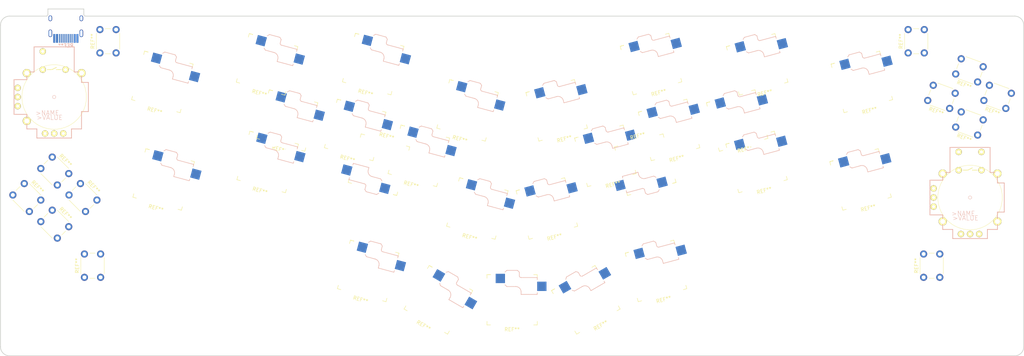
<source format=kicad_pcb>
(kicad_pcb (version 20171130) (host pcbnew "(5.1.10)-1")
  (layers (0 F.Cu signal) (31 B.Cu signal) (34 B.Paste user) (35 F.Paste user) (36 B.SilkS user) (37 F.SilkS user) (38 B.Mask user) (39 F.Mask user) (44 Edge.Cuts user))
  (net 0 "")
  (module usbc:HRO-TYPE-C-31-M-12-HandSoldering (layer B.Cu) (at 91.916904 89.91669)
    (fp_text reference REF** (at 0 10.2) (layer B.SilkS) (effects (justify mirror)))
    (fp_text value HRO-TYPE-C-31-M-12-HandSoldering)
    (pad 13 thru_hole oval (at 4.32 2.6) (size 1 1.6) (drill oval 0.6 1.2) (layers *.Cu F.Mask))
    (pad 13 thru_hole oval (at -4.32 2.6) (size 1 1.6) (drill oval 0.6 1.2) (layers *.Cu F.Mask))
    (pad 13 thru_hole oval (at 4.32 6.78) (size 1 2.1) (drill oval 0.6 1.7) (layers *.Cu F.Mask))
    (pad 13 thru_hole oval (at -4.32 6.78) (size 1 2.1) (drill oval 0.6 1.7) (layers *.Cu F.Mask))
    (pad "" np_thru_hole circle (at -2.89 6.25) (size 0.65 0.65) (drill 0.65) (layers *.Cu *.Mask))
    (pad "" np_thru_hole circle (at 2.89 6.25) (size 0.65 0.65) (drill 0.65) (layers *.Cu *.Mask))
    (pad 6 smd rect (at -0.25 8.195) (size 0.3 2.45) (layers B.Cu B.Paste B.Mask))
    (pad 7 smd rect (at 0.25 8.195) (size 0.3 2.45) (layers B.Cu B.Paste B.Mask))
    (pad 8 smd rect (at 0.75 8.195) (size 0.3 2.45) (layers B.Cu B.Paste B.Mask))
    (pad 5 smd rect (at -0.75 8.195) (size 0.3 2.45) (layers B.Cu B.Paste B.Mask))
    (pad 9 smd rect (at 1.25 8.195) (size 0.3 2.45) (layers B.Cu B.Paste B.Mask))
    (pad 4 smd rect (at -1.25 8.195) (size 0.3 2.45) (layers B.Cu B.Paste B.Mask))
    (pad 10 smd rect (at 1.75 8.195) (size 0.3 2.45) (layers B.Cu B.Paste B.Mask))
    (pad 3 smd rect (at -1.75 8.195) (size 0.3 2.45) (layers B.Cu B.Paste B.Mask))
    (pad 2 smd rect (at -2.45 8.195) (size 0.6 2.45) (layers B.Cu B.Paste B.Mask))
    (pad 11 smd rect (at 2.45 8.195) (size 0.6 2.45) (layers B.Cu B.Paste B.Mask))
    (pad 1 smd rect (at -3.225 8.195) (size 0.6 2.45) (layers B.Cu B.Paste B.Mask))
    (pad 12 smd rect (at 3.225 8.195) (size 0.6 2.45) (layers B.Cu B.Paste B.Mask))
  )
  (module lib:JOYSTICK (layer F.Cu) (at 88.663209 114.434285)
    (fp_text reference >NAME (at -1.905 4.445) (layer B.SilkS) (effects (font (size 1.27 1.27) (thickness 0.1016))))
    (fp_text value >VALUE (at -1.27 5.715) (layer B.SilkS) (effects (font (size 1.27 1.27) (thickness 0.1016))))
    (pad V3 thru_hole circle (at -10.16 2.54) (size 1.778 1.778) (drill 0.889) (layers F&B.Cu F.Paste F.SilkS F.Mask))
    (pad V2 thru_hole circle (at -10.16 0) (size 1.778 1.778) (drill 0.889) (layers F&B.Cu F.Paste F.SilkS F.Mask))
    (pad V1 thru_hole circle (at -10.16 -2.54) (size 1.778 1.778) (drill 0.889) (layers F&B.Cu F.Paste F.SilkS F.Mask))
    (pad MOUN thru_hole circle (at 7.62 -6.6675) (size 2.286 2.286) (drill 1.397) (layers F&B.Cu F.Paste F.SilkS F.Mask))
    (pad MOUN thru_hole circle (at -7.62 6.6675) (size 2.286 2.286) (drill 1.397) (layers F&B.Cu F.Paste F.SilkS F.Mask))
    (pad MOUN thru_hole circle (at -7.62 -6.6675) (size 2.286 2.286) (drill 1.397) (layers F&B.Cu F.Paste F.SilkS F.Mask))
    (pad H3 thru_hole circle (at 2.54 10.16) (size 1.778 1.778) (drill 0.889) (layers F&B.Cu F.Paste F.SilkS F.Mask))
    (pad H2 thru_hole circle (at 0 10.16) (size 1.778 1.778) (drill 0.889) (layers F&B.Cu F.Paste F.SilkS F.Mask))
    (pad H1 thru_hole circle (at -2.54 10.16) (size 1.778 1.778) (drill 0.889) (layers F&B.Cu F.Paste F.SilkS F.Mask))
    (pad B2B thru_hole circle (at 3.175 -7.62) (size 1.778 1.778) (drill 0.89916) (layers F&B.Cu F.Paste F.SilkS F.Mask))
    (pad B2A thru_hole circle (at -3.175 -7.62) (size 1.778 1.778) (drill 0.89916) (layers F&B.Cu F.Paste F.SilkS F.Mask))
    (pad B1A thru_hole circle (at -3.175 -12.7) (size 1.778 1.778) (drill 0.89916) (layers F&B.Cu F.Paste F.SilkS F.Mask))
  )
  (module lib:JOYSTICK (layer F.Cu) (at 343.770797 142.43409)
    (fp_text reference >NAME (at -1.905 4.445) (layer B.SilkS) (effects (font (size 1.27 1.27) (thickness 0.1016))))
    (fp_text value >VALUE (at -1.27 5.715) (layer B.SilkS) (effects (font (size 1.27 1.27) (thickness 0.1016))))
    (pad B1A thru_hole circle (at -3.175 -12.7) (size 1.778 1.778) (drill 0.89916) (layers F&B.Cu F.Paste F.SilkS F.Mask))
    (pad B1B thru_hole circle (at 3.175 -12.7) (size 1.778 1.778) (drill 0.89916) (layers F&B.Cu F.Paste F.SilkS F.Mask))
    (pad B2A thru_hole circle (at -3.175 -7.62) (size 1.778 1.778) (drill 0.89916) (layers F&B.Cu F.Paste F.SilkS F.Mask))
    (pad B2B thru_hole circle (at 3.175 -7.62) (size 1.778 1.778) (drill 0.89916) (layers F&B.Cu F.Paste F.SilkS F.Mask))
    (pad H1 thru_hole circle (at -2.54 10.16) (size 1.778 1.778) (drill 0.889) (layers F&B.Cu F.Paste F.SilkS F.Mask))
    (pad H2 thru_hole circle (at 0 10.16) (size 1.778 1.778) (drill 0.889) (layers F&B.Cu F.Paste F.SilkS F.Mask))
    (pad H3 thru_hole circle (at 2.54 10.16) (size 1.778 1.778) (drill 0.889) (layers F&B.Cu F.Paste F.SilkS F.Mask))
    (pad MOUN thru_hole circle (at -7.62 -6.6675) (size 2.286 2.286) (drill 1.397) (layers F&B.Cu F.Paste F.SilkS F.Mask))
    (pad MOUN thru_hole circle (at -7.62 6.6675) (size 2.286 2.286) (drill 1.397) (layers F&B.Cu F.Paste F.SilkS F.Mask))
    (pad MOUN thru_hole circle (at 7.62 6.6675) (size 2.286 2.286) (drill 1.397) (layers F&B.Cu F.Paste F.SilkS F.Mask))
    (pad MOUN thru_hole circle (at 7.62 -6.6675) (size 2.286 2.286) (drill 1.397) (layers F&B.Cu F.Paste F.SilkS F.Mask))
    (pad V1 thru_hole circle (at -10.16 -2.54) (size 1.778 1.778) (drill 0.889) (layers F&B.Cu F.Paste F.SilkS F.Mask))
    (pad V2 thru_hole circle (at -10.16 0) (size 1.778 1.778) (drill 0.889) (layers F&B.Cu F.Paste F.SilkS F.Mask))
    (pad V3 thru_hole circle (at -10.16 2.54) (size 1.778 1.778) (drill 0.889) (layers F&B.Cu F.Paste F.SilkS F.Mask))
  )
  (module Button_Switch_THT:SW_PUSH_6mm (layer F.Cu) (at 338.089252 117.619964 160)
    (fp_text reference REF** (at 3.25 -2 160) (layer F.SilkS))
    (fp_text value SW_PUSH_6mm)
    (pad 2 thru_hole circle (at 0 4.5 250) (size 2 2) (drill 1.1) (layers *.Cu *.Mask))
    (pad 1 thru_hole circle (at 0 0 250) (size 2 2) (drill 1.1) (layers *.Cu *.Mask))
    (pad 2 thru_hole circle (at 6.5 4.5 250) (size 2 2) (drill 1.1) (layers *.Cu *.Mask))
    (pad 1 thru_hole circle (at 6.5 0 250) (size 2 2) (drill 1.1) (layers *.Cu *.Mask))
  )
  (module Button_Switch_THT:SW_PUSH_6mm (layer F.Cu) (at 353.729252 117.619964 160)
    (fp_text reference REF** (at 3.25 -2 160) (layer F.SilkS))
    (fp_text value SW_PUSH_6mm)
    (pad 2 thru_hole circle (at 0 4.5 250) (size 2 2) (drill 1.1) (layers *.Cu *.Mask))
    (pad 1 thru_hole circle (at 0 0 250) (size 2 2) (drill 1.1) (layers *.Cu *.Mask))
    (pad 2 thru_hole circle (at 6.5 4.5 250) (size 2 2) (drill 1.1) (layers *.Cu *.Mask))
    (pad 1 thru_hole circle (at 6.5 0 250) (size 2 2) (drill 1.1) (layers *.Cu *.Mask))
  )
  (module Button_Switch_THT:SW_PUSH_6mm (layer F.Cu) (at 345.879252 125.034964 160)
    (fp_text reference REF** (at 3.25 -2 160) (layer F.SilkS))
    (fp_text value SW_PUSH_6mm)
    (pad 2 thru_hole circle (at 0 4.5 250) (size 2 2) (drill 1.1) (layers *.Cu *.Mask))
    (pad 1 thru_hole circle (at 0 0 250) (size 2 2) (drill 1.1) (layers *.Cu *.Mask))
    (pad 2 thru_hole circle (at 6.5 4.5 250) (size 2 2) (drill 1.1) (layers *.Cu *.Mask))
    (pad 1 thru_hole circle (at 6.5 0 250) (size 2 2) (drill 1.1) (layers *.Cu *.Mask))
  )
  (module Button_Switch_THT:SW_PUSH_6mm (layer F.Cu) (at 345.879252 110.244964 160)
    (fp_text reference REF** (at 3.25 -2 160) (layer F.SilkS))
    (fp_text value SW_PUSH_6mm)
    (pad 1 thru_hole circle (at 6.5 0 250) (size 2 2) (drill 1.1) (layers *.Cu *.Mask))
    (pad 2 thru_hole circle (at 6.5 4.5 250) (size 2 2) (drill 1.1) (layers *.Cu *.Mask))
    (pad 1 thru_hole circle (at 0 0 250) (size 2 2) (drill 1.1) (layers *.Cu *.Mask))
    (pad 2 thru_hole circle (at 0 4.5 250) (size 2 2) (drill 1.1) (layers *.Cu *.Mask))
  )
  (module Button_Switch_THT:SW_PUSH_6mm (layer F.Cu) (at 326.522002 102.15409 90)
    (fp_text reference REF** (at 3.25 -2 90) (layer F.SilkS))
    (fp_text value SW_PUSH_6mm)
    (pad 1 thru_hole circle (at 6.5 0 180) (size 2 2) (drill 1.1) (layers *.Cu *.Mask))
    (pad 2 thru_hole circle (at 6.5 4.5 180) (size 2 2) (drill 1.1) (layers *.Cu *.Mask))
    (pad 1 thru_hole circle (at 0 0 180) (size 2 2) (drill 1.1) (layers *.Cu *.Mask))
    (pad 2 thru_hole circle (at 0 4.5 180) (size 2 2) (drill 1.1) (layers *.Cu *.Mask))
  )
  (module Button_Switch_THT:SW_PUSH_6mm (layer F.Cu) (at 330.837002 164.66409 90)
    (fp_text reference REF** (at 3.25 -2 90) (layer F.SilkS))
    (fp_text value SW_PUSH_6mm)
    (pad 1 thru_hole circle (at 6.5 0 180) (size 2 2) (drill 1.1) (layers *.Cu *.Mask))
    (pad 2 thru_hole circle (at 6.5 4.5 180) (size 2 2) (drill 1.1) (layers *.Cu *.Mask))
    (pad 1 thru_hole circle (at 0 0 180) (size 2 2) (drill 1.1) (layers *.Cu *.Mask))
    (pad 2 thru_hole circle (at 0 4.5 180) (size 2 2) (drill 1.1) (layers *.Cu *.Mask))
  )
  (module Button_Switch_THT:SW_PUSH_6mm (layer F.Cu) (at 97.097003 164.664285 90)
    (fp_text reference REF** (at 3.25 -2 90) (layer F.SilkS))
    (fp_text value SW_PUSH_6mm)
    (pad 1 thru_hole circle (at 6.5 0 180) (size 2 2) (drill 1.1) (layers *.Cu *.Mask))
    (pad 2 thru_hole circle (at 6.5 4.5 180) (size 2 2) (drill 1.1) (layers *.Cu *.Mask))
    (pad 1 thru_hole circle (at 0 0 180) (size 2 2) (drill 1.1) (layers *.Cu *.Mask))
    (pad 2 thru_hole circle (at 0 4.5 180) (size 2 2) (drill 1.1) (layers *.Cu *.Mask))
  )
  (module Button_Switch_THT:SW_PUSH_6mm (layer F.Cu) (at 101.412063 102.154285 90)
    (fp_text reference REF** (at 3.25 -2 90) (layer F.SilkS))
    (fp_text value SW_PUSH_6mm)
    (pad 2 thru_hole circle (at 0 4.5 180) (size 2 2) (drill 1.1) (layers *.Cu *.Mask))
    (pad 1 thru_hole circle (at 0 0 180) (size 2 2) (drill 1.1) (layers *.Cu *.Mask))
    (pad 2 thru_hole circle (at 6.5 4.5 180) (size 2 2) (drill 1.1) (layers *.Cu *.Mask))
    (pad 1 thru_hole circle (at 6.5 0 180) (size 2 2) (drill 1.1) (layers *.Cu *.Mask))
  )
  (module Button_Switch_THT:SW_PUSH_6mm (layer F.Cu) (at 88.132103 145.960197 315)
    (fp_text reference REF** (at 3.25 -2 135) (layer F.SilkS))
    (fp_text value SW_PUSH_6mm)
    (pad 2 thru_hole circle (at 0 4.5 45) (size 2 2) (drill 1.1) (layers *.Cu *.Mask))
    (pad 1 thru_hole circle (at 0 0 45) (size 2 2) (drill 1.1) (layers *.Cu *.Mask))
    (pad 2 thru_hole circle (at 6.5 4.5 45) (size 2 2) (drill 1.1) (layers *.Cu *.Mask))
    (pad 1 thru_hole circle (at 6.5 0 45) (size 2 2) (drill 1.1) (layers *.Cu *.Mask))
  )
  (module Button_Switch_THT:SW_PUSH_6mm (layer F.Cu) (at 80.342103 138.545197 315)
    (fp_text reference REF** (at 3.25 -2 135) (layer F.SilkS))
    (fp_text value SW_PUSH_6mm)
    (pad 2 thru_hole circle (at 0 4.5 45) (size 2 2) (drill 1.1) (layers *.Cu *.Mask))
    (pad 1 thru_hole circle (at 0 0 45) (size 2 2) (drill 1.1) (layers *.Cu *.Mask))
    (pad 2 thru_hole circle (at 6.5 4.5 45) (size 2 2) (drill 1.1) (layers *.Cu *.Mask))
    (pad 1 thru_hole circle (at 6.5 0 45) (size 2 2) (drill 1.1) (layers *.Cu *.Mask))
  )
  (module Button_Switch_THT:SW_PUSH_6mm (layer F.Cu) (at 95.982103 138.545197 315)
    (fp_text reference REF** (at 3.25 -2 135) (layer F.SilkS))
    (fp_text value SW_PUSH_6mm)
    (pad 2 thru_hole circle (at 0 4.5 45) (size 2 2) (drill 1.1) (layers *.Cu *.Mask))
    (pad 1 thru_hole circle (at 0 0 45) (size 2 2) (drill 1.1) (layers *.Cu *.Mask))
    (pad 2 thru_hole circle (at 6.5 4.5 45) (size 2 2) (drill 1.1) (layers *.Cu *.Mask))
    (pad 1 thru_hole circle (at 6.5 0 45) (size 2 2) (drill 1.1) (layers *.Cu *.Mask))
  )
  (module Button_Switch_THT:SW_PUSH_6mm (layer F.Cu) (at 88.132103 131.170197 315)
    (fp_text reference REF** (at 3.25 -2 135) (layer F.SilkS))
    (fp_text value SW_PUSH_6mm)
    (pad 1 thru_hole circle (at 6.5 0 45) (size 2 2) (drill 1.1) (layers *.Cu *.Mask))
    (pad 2 thru_hole circle (at 6.5 4.5 45) (size 2 2) (drill 1.1) (layers *.Cu *.Mask))
    (pad 1 thru_hole circle (at 0 0 45) (size 2 2) (drill 1.1) (layers *.Cu *.Mask))
    (pad 2 thru_hole circle (at 0 4.5 45) (size 2 2) (drill 1.1) (layers *.Cu *.Mask))
  )
  (module lib:Kailh_socket_PG1350 (layer F.Cu) (at 225.901551 145.488567 195)
    (fp_text reference REF** (at 0 -8.255 15) (layer F.SilkS))
    (fp_text value Kailh_socket_PG1350_optional)
    (pad "" np_thru_hole circle (at -5.5 0 195) (size 1.7018 1.7018) (drill 1.7018) (layers *.Cu *.Mask))
    (pad "" np_thru_hole circle (at 5.5 0 195) (size 1.7018 1.7018) (drill 1.7018) (layers *.Cu *.Mask))
    (pad 1 smd rect (at 3.275 5.95 195) (size 2.6 2.6) (layers B.Cu B.Paste B.Mask))
    (pad "" np_thru_hole circle (at -5 3.75 195) (size 3 3) (drill 3) (layers *.Cu *.Mask))
    (pad "" np_thru_hole circle (at 0 0 195) (size 3.429 3.429) (drill 3.429) (layers *.Cu *.Mask))
    (pad "" np_thru_hole circle (at 0 5.95 195) (size 3 3) (drill 3) (layers *.Cu *.Mask))
    (pad 2 smd rect (at -8.275 3.75 195) (size 2.6 2.6) (layers B.Cu B.Paste B.Mask))
  )
  (module lib:Kailh_socket_PG1350 (layer F.Cu) (at 278.901188 120.994251 195)
    (fp_text reference REF** (at 0 -8.255 15) (layer F.SilkS))
    (fp_text value Kailh_socket_PG1350_optional)
    (pad 2 smd rect (at -8.275 3.75 195) (size 2.6 2.6) (layers B.Cu B.Paste B.Mask))
    (pad "" np_thru_hole circle (at 0 5.95 195) (size 3 3) (drill 3) (layers *.Cu *.Mask))
    (pad "" np_thru_hole circle (at 0 0 195) (size 3.429 3.429) (drill 3.429) (layers *.Cu *.Mask))
    (pad "" np_thru_hole circle (at -5 3.75 195) (size 3 3) (drill 3) (layers *.Cu *.Mask))
    (pad 1 smd rect (at 3.275 5.95 195) (size 2.6 2.6) (layers B.Cu B.Paste B.Mask))
    (pad "" np_thru_hole circle (at 5.5 0 195) (size 1.7018 1.7018) (drill 1.7018) (layers *.Cu *.Mask))
    (pad "" np_thru_hole circle (at -5.5 0 195) (size 1.7018 1.7018) (drill 1.7018) (layers *.Cu *.Mask))
  )
  (module lib:Kailh_socket_PG1350 (layer F.Cu) (at 259.930959 123.614034 195)
    (fp_text reference REF** (at 0 -8.255 15) (layer F.SilkS))
    (fp_text value Kailh_socket_PG1350_optional)
    (pad 2 smd rect (at -8.275 3.75 195) (size 2.6 2.6) (layers B.Cu B.Paste B.Mask))
    (pad "" np_thru_hole circle (at 0 5.95 195) (size 3 3) (drill 3) (layers *.Cu *.Mask))
    (pad "" np_thru_hole circle (at 0 0 195) (size 3.429 3.429) (drill 3.429) (layers *.Cu *.Mask))
    (pad "" np_thru_hole circle (at -5 3.75 195) (size 3 3) (drill 3) (layers *.Cu *.Mask))
    (pad 1 smd rect (at 3.275 5.95 195) (size 2.6 2.6) (layers B.Cu B.Paste B.Mask))
    (pad "" np_thru_hole circle (at 5.5 0 195) (size 1.7018 1.7018) (drill 1.7018) (layers *.Cu *.Mask))
    (pad "" np_thru_hole circle (at -5.5 0 195) (size 1.7018 1.7018) (drill 1.7018) (layers *.Cu *.Mask))
  )
  (module lib:Kailh_socket_PG1350 (layer F.Cu) (at 242.191908 130.825629 195)
    (fp_text reference REF** (at 0 -8.255 15) (layer F.SilkS))
    (fp_text value Kailh_socket_PG1350_optional)
    (pad 2 smd rect (at -8.275 3.75 195) (size 2.6 2.6) (layers B.Cu B.Paste B.Mask))
    (pad "" np_thru_hole circle (at 0 5.95 195) (size 3 3) (drill 3) (layers *.Cu *.Mask))
    (pad "" np_thru_hole circle (at 0 0 195) (size 3.429 3.429) (drill 3.429) (layers *.Cu *.Mask))
    (pad "" np_thru_hole circle (at -5 3.75 195) (size 3 3) (drill 3) (layers *.Cu *.Mask))
    (pad 1 smd rect (at 3.275 5.95 195) (size 2.6 2.6) (layers B.Cu B.Paste B.Mask))
    (pad "" np_thru_hole circle (at 5.5 0 195) (size 1.7018 1.7018) (drill 1.7018) (layers *.Cu *.Mask))
    (pad "" np_thru_hole circle (at -5.5 0 195) (size 1.7018 1.7018) (drill 1.7018) (layers *.Cu *.Mask))
  )
  (module lib:Kailh_socket_PG1350 (layer F.Cu) (at 236.748365 170.921212 210)
    (fp_text reference REF** (at 0 -8.255 30) (layer F.SilkS))
    (fp_text value Kailh_socket_PG1350_optional)
    (pad 2 smd rect (at -8.275 3.75 210) (size 2.6 2.6) (layers B.Cu B.Paste B.Mask))
    (pad "" np_thru_hole circle (at 0 5.95 210) (size 3 3) (drill 3) (layers *.Cu *.Mask))
    (pad "" np_thru_hole circle (at 0 0 210) (size 3.429 3.429) (drill 3.429) (layers *.Cu *.Mask))
    (pad "" np_thru_hole circle (at -5 3.75 210) (size 3 3) (drill 3) (layers *.Cu *.Mask))
    (pad 1 smd rect (at 3.275 5.95 210) (size 2.6 2.6) (layers B.Cu B.Paste B.Mask))
    (pad "" np_thru_hole circle (at 5.5 0 210) (size 1.7018 1.7018) (drill 1.7018) (layers *.Cu *.Mask))
    (pad "" np_thru_hole circle (at -5.5 0 210) (size 1.7018 1.7018) (drill 1.7018) (layers *.Cu *.Mask))
  )
  (module lib:Kailh_socket_PG1350 (layer F.Cu) (at 313.271076 137.398705 195)
    (fp_text reference REF** (at 0 -8.255 15) (layer F.SilkS))
    (fp_text value Kailh_socket_PG1350_optional)
    (pad 2 smd rect (at -8.275 3.75 195) (size 2.6 2.6) (layers B.Cu B.Paste B.Mask))
    (pad "" np_thru_hole circle (at 0 5.95 195) (size 3 3) (drill 3) (layers *.Cu *.Mask))
    (pad "" np_thru_hole circle (at 0 0 195) (size 3.429 3.429) (drill 3.429) (layers *.Cu *.Mask))
    (pad "" np_thru_hole circle (at -5 3.75 195) (size 3 3) (drill 3) (layers *.Cu *.Mask))
    (pad 1 smd rect (at 3.275 5.95 195) (size 2.6 2.6) (layers B.Cu B.Paste B.Mask))
    (pad "" np_thru_hole circle (at 5.5 0 195) (size 1.7018 1.7018) (drill 1.7018) (layers *.Cu *.Mask))
    (pad "" np_thru_hole circle (at -5.5 0 195) (size 1.7018 1.7018) (drill 1.7018) (layers *.Cu *.Mask))
  )
  (module lib:Kailh_socket_PG1350 (layer F.Cu) (at 253.299473 133.283109 15)
    (fp_text reference REF** (at 0 -8.255 15) (layer F.SilkS))
    (fp_text value Kailh_socket_PG1350_optional)
    (pad 2 smd rect (at -8.275 3.75 15) (size 2.6 2.6) (layers B.Cu B.Paste B.Mask))
    (pad "" np_thru_hole circle (at 0 5.95 15) (size 3 3) (drill 3) (layers *.Cu *.Mask))
    (pad "" np_thru_hole circle (at 0 0 15) (size 3.429 3.429) (drill 3.429) (layers *.Cu *.Mask))
    (pad "" np_thru_hole circle (at -5 3.75 15) (size 3 3) (drill 3) (layers *.Cu *.Mask))
    (pad 1 smd rect (at 3.275 5.95 15) (size 2.6 2.6) (layers B.Cu B.Paste B.Mask))
    (pad "" np_thru_hole circle (at 5.5 0 15) (size 1.7018 1.7018) (drill 1.7018) (layers *.Cu *.Mask))
    (pad "" np_thru_hole circle (at -5.5 0 15) (size 1.7018 1.7018) (drill 1.7018) (layers *.Cu *.Mask))
  )
  (module lib:Kailh_socket_PG1350 (layer F.Cu) (at 313.630065 110.225143 195)
    (fp_text reference REF** (at 0 -8.255 15) (layer F.SilkS))
    (fp_text value Kailh_socket_PG1350_optional)
    (pad 2 smd rect (at -8.275 3.75 195) (size 2.6 2.6) (layers B.Cu B.Paste B.Mask))
    (pad "" np_thru_hole circle (at 0 5.95 195) (size 3 3) (drill 3) (layers *.Cu *.Mask))
    (pad "" np_thru_hole circle (at 0 0 195) (size 3.429 3.429) (drill 3.429) (layers *.Cu *.Mask))
    (pad "" np_thru_hole circle (at -5 3.75 195) (size 3 3) (drill 3) (layers *.Cu *.Mask))
    (pad 1 smd rect (at 3.275 5.95 195) (size 2.6 2.6) (layers B.Cu B.Paste B.Mask))
    (pad "" np_thru_hole circle (at 5.5 0 195) (size 1.7018 1.7018) (drill 1.7018) (layers *.Cu *.Mask))
    (pad "" np_thru_hole circle (at -5.5 0 195) (size 1.7018 1.7018) (drill 1.7018) (layers *.Cu *.Mask))
  )
  (module lib:Kailh_socket_PG1350 (layer F.Cu) (at 256.295723 162.87797 195)
    (fp_text reference REF** (at 0 -8.255 15) (layer F.SilkS))
    (fp_text value Kailh_socket_PG1350_optional)
    (pad 2 smd rect (at -8.275 3.75 195) (size 2.6 2.6) (layers B.Cu B.Paste B.Mask))
    (pad "" np_thru_hole circle (at 0 5.95 195) (size 3 3) (drill 3) (layers *.Cu *.Mask))
    (pad "" np_thru_hole circle (at 0 0 195) (size 3.429 3.429) (drill 3.429) (layers *.Cu *.Mask))
    (pad "" np_thru_hole circle (at -5 3.75 195) (size 3 3) (drill 3) (layers *.Cu *.Mask))
    (pad 1 smd rect (at 3.275 5.95 195) (size 2.6 2.6) (layers B.Cu B.Paste B.Mask))
    (pad "" np_thru_hole circle (at 5.5 0 195) (size 1.7018 1.7018) (drill 1.7018) (layers *.Cu *.Mask))
    (pad "" np_thru_hole circle (at -5.5 0 195) (size 1.7018 1.7018) (drill 1.7018) (layers *.Cu *.Mask))
  )
  (module lib:Kailh_socket_PG1350 (layer F.Cu) (at 284.299418 132.52389 195)
    (fp_text reference REF** (at 0 -8.255 15) (layer F.SilkS))
    (fp_text value Kailh_socket_PG1350_optional)
    (pad 2 smd rect (at -8.275 3.75 195) (size 2.6 2.6) (layers B.Cu B.Paste B.Mask))
    (pad "" np_thru_hole circle (at 0 5.95 195) (size 3 3) (drill 3) (layers *.Cu *.Mask))
    (pad "" np_thru_hole circle (at 0 0 195) (size 3.429 3.429) (drill 3.429) (layers *.Cu *.Mask))
    (pad "" np_thru_hole circle (at -5 3.75 195) (size 3 3) (drill 3) (layers *.Cu *.Mask))
    (pad 1 smd rect (at 3.275 5.95 195) (size 2.6 2.6) (layers B.Cu B.Paste B.Mask))
    (pad "" np_thru_hole circle (at 5.5 0 195) (size 1.7018 1.7018) (drill 1.7018) (layers *.Cu *.Mask))
    (pad "" np_thru_hole circle (at -5.5 0 195) (size 1.7018 1.7018) (drill 1.7018) (layers *.Cu *.Mask))
  )
  (module lib:Kailh_socket_PG1350 (layer F.Cu) (at 284.468755 105.34843 195)
    (fp_text reference REF** (at 0 -8.255 15) (layer F.SilkS))
    (fp_text value Kailh_socket_PG1350_optional)
    (pad 2 smd rect (at -8.275 3.75 195) (size 2.6 2.6) (layers B.Cu B.Paste B.Mask))
    (pad "" np_thru_hole circle (at 0 5.95 195) (size 3 3) (drill 3) (layers *.Cu *.Mask))
    (pad "" np_thru_hole circle (at 0 0 195) (size 3.429 3.429) (drill 3.429) (layers *.Cu *.Mask))
    (pad "" np_thru_hole circle (at -5 3.75 195) (size 3 3) (drill 3) (layers *.Cu *.Mask))
    (pad 1 smd rect (at 3.275 5.95 195) (size 2.6 2.6) (layers B.Cu B.Paste B.Mask))
    (pad "" np_thru_hole circle (at 5.5 0 195) (size 1.7018 1.7018) (drill 1.7018) (layers *.Cu *.Mask))
    (pad "" np_thru_hole circle (at -5.5 0 195) (size 1.7018 1.7018) (drill 1.7018) (layers *.Cu *.Mask))
  )
  (module lib:Kailh_socket_PG1350 (layer F.Cu) (at 228.628777 118.153121 195)
    (fp_text reference REF** (at 0 -8.255 15) (layer F.SilkS))
    (fp_text value Kailh_socket_PG1350_optional)
    (pad 2 smd rect (at -8.275 3.75 195) (size 2.6 2.6) (layers B.Cu B.Paste B.Mask))
    (pad "" np_thru_hole circle (at 0 5.95 195) (size 3 3) (drill 3) (layers *.Cu *.Mask))
    (pad "" np_thru_hole circle (at 0 0 195) (size 3.429 3.429) (drill 3.429) (layers *.Cu *.Mask))
    (pad "" np_thru_hole circle (at -5 3.75 195) (size 3 3) (drill 3) (layers *.Cu *.Mask))
    (pad 1 smd rect (at 3.275 5.95 195) (size 2.6 2.6) (layers B.Cu B.Paste B.Mask))
    (pad "" np_thru_hole circle (at 5.5 0 195) (size 1.7018 1.7018) (drill 1.7018) (layers *.Cu *.Mask))
    (pad "" np_thru_hole circle (at -5.5 0 195) (size 1.7018 1.7018) (drill 1.7018) (layers *.Cu *.Mask))
  )
  (module lib:Kailh_socket_PG1350 (layer F.Cu) (at 254.906569 105.261923 195)
    (fp_text reference REF** (at 0 -8.255 15) (layer F.SilkS))
    (fp_text value Kailh_socket_PG1350_optional)
    (pad 2 smd rect (at -8.275 3.75 195) (size 2.6 2.6) (layers B.Cu B.Paste B.Mask))
    (pad "" np_thru_hole circle (at 0 5.95 195) (size 3 3) (drill 3) (layers *.Cu *.Mask))
    (pad "" np_thru_hole circle (at 0 0 195) (size 3.429 3.429) (drill 3.429) (layers *.Cu *.Mask))
    (pad "" np_thru_hole circle (at -5 3.75 195) (size 3 3) (drill 3) (layers *.Cu *.Mask))
    (pad 1 smd rect (at 3.275 5.95 195) (size 2.6 2.6) (layers B.Cu B.Paste B.Mask))
    (pad "" np_thru_hole circle (at 5.5 0 195) (size 1.7018 1.7018) (drill 1.7018) (layers *.Cu *.Mask))
    (pad "" np_thru_hole circle (at -5.5 0 195) (size 1.7018 1.7018) (drill 1.7018) (layers *.Cu *.Mask))
  )
  (module lib:Kailh_socket_PG1350 (layer F.Cu) (at 195.685041 170.921358 150)
    (fp_text reference REF** (at 0 -8.255 150) (layer F.SilkS))
    (fp_text value Kailh_socket_PG1350_optional)
    (pad "" np_thru_hole circle (at -5.5 0 150) (size 1.7018 1.7018) (drill 1.7018) (layers *.Cu *.Mask))
    (pad "" np_thru_hole circle (at 5.5 0 150) (size 1.7018 1.7018) (drill 1.7018) (layers *.Cu *.Mask))
    (pad 1 smd rect (at 3.275 5.95 150) (size 2.6 2.6) (layers B.Cu B.Paste B.Mask))
    (pad "" np_thru_hole circle (at -5 3.75 150) (size 3 3) (drill 3) (layers *.Cu *.Mask))
    (pad "" np_thru_hole circle (at 0 0 150) (size 3.429 3.429) (drill 3.429) (layers *.Cu *.Mask))
    (pad "" np_thru_hole circle (at 0 5.95 150) (size 3 3) (drill 3) (layers *.Cu *.Mask))
    (pad 2 smd rect (at -8.275 3.75 150) (size 2.6 2.6) (layers B.Cu B.Paste B.Mask))
  )
  (module lib:Kailh_socket_PG1350 (layer F.Cu) (at 216.216703 170.921651 180)
    (fp_text reference REF** (at 0 -8.255) (layer F.SilkS))
    (fp_text value Kailh_socket_PG1350_optional)
    (pad 2 smd rect (at -8.275 3.75 180) (size 2.6 2.6) (layers B.Cu B.Paste B.Mask))
    (pad "" np_thru_hole circle (at 0 5.95 180) (size 3 3) (drill 3) (layers *.Cu *.Mask))
    (pad "" np_thru_hole circle (at 0 0 180) (size 3.429 3.429) (drill 3.429) (layers *.Cu *.Mask))
    (pad "" np_thru_hole circle (at -5 3.75 180) (size 3 3) (drill 3) (layers *.Cu *.Mask))
    (pad 1 smd rect (at 3.275 5.95 180) (size 2.6 2.6) (layers B.Cu B.Paste B.Mask))
    (pad "" np_thru_hole circle (at 5.5 0 180) (size 1.7018 1.7018) (drill 1.7018) (layers *.Cu *.Mask))
    (pad "" np_thru_hole circle (at -5.5 0 180) (size 1.7018 1.7018) (drill 1.7018) (layers *.Cu *.Mask))
  )
  (module lib:Kailh_socket_PG1350 (layer F.Cu) (at 190.242098 130.825629 165)
    (fp_text reference REF** (at 0 -8.255 165) (layer F.SilkS))
    (fp_text value Kailh_socket_PG1350_optional)
    (pad 2 smd rect (at -8.275 3.75 165) (size 2.6 2.6) (layers B.Cu B.Paste B.Mask))
    (pad "" np_thru_hole circle (at 0 5.95 165) (size 3 3) (drill 3) (layers *.Cu *.Mask))
    (pad "" np_thru_hole circle (at 0 0 165) (size 3.429 3.429) (drill 3.429) (layers *.Cu *.Mask))
    (pad "" np_thru_hole circle (at -5 3.75 165) (size 3 3) (drill 3) (layers *.Cu *.Mask))
    (pad 1 smd rect (at 3.275 5.95 165) (size 2.6 2.6) (layers B.Cu B.Paste B.Mask))
    (pad "" np_thru_hole circle (at 5.5 0 165) (size 1.7018 1.7018) (drill 1.7018) (layers *.Cu *.Mask))
    (pad "" np_thru_hole circle (at -5.5 0 165) (size 1.7018 1.7018) (drill 1.7018) (layers *.Cu *.Mask))
  )
  (module lib:Kailh_socket_PG1350 (layer F.Cu) (at 176.138283 162.87797 165)
    (fp_text reference REF** (at 0 -8.255 165) (layer F.SilkS))
    (fp_text value Kailh_socket_PG1350_optional)
    (pad 2 smd rect (at -8.275 3.75 165) (size 2.6 2.6) (layers B.Cu B.Paste B.Mask))
    (pad "" np_thru_hole circle (at 0 5.95 165) (size 3 3) (drill 3) (layers *.Cu *.Mask))
    (pad "" np_thru_hole circle (at 0 0 165) (size 3.429 3.429) (drill 3.429) (layers *.Cu *.Mask))
    (pad "" np_thru_hole circle (at -5 3.75 165) (size 3 3) (drill 3) (layers *.Cu *.Mask))
    (pad 1 smd rect (at 3.275 5.95 165) (size 2.6 2.6) (layers B.Cu B.Paste B.Mask))
    (pad "" np_thru_hole circle (at 5.5 0 165) (size 1.7018 1.7018) (drill 1.7018) (layers *.Cu *.Mask))
    (pad "" np_thru_hole circle (at -5.5 0 165) (size 1.7018 1.7018) (drill 1.7018) (layers *.Cu *.Mask))
  )
  (module lib:Kailh_socket_PG1350 (layer F.Cu) (at 172.503047 123.614034 165)
    (fp_text reference REF** (at 0 -8.255 165) (layer F.SilkS))
    (fp_text value Kailh_socket_PG1350_optional)
    (pad 2 smd rect (at -8.275 3.75 165) (size 2.6 2.6) (layers B.Cu B.Paste B.Mask))
    (pad "" np_thru_hole circle (at 0 5.95 165) (size 3 3) (drill 3) (layers *.Cu *.Mask))
    (pad "" np_thru_hole circle (at 0 0 165) (size 3.429 3.429) (drill 3.429) (layers *.Cu *.Mask))
    (pad "" np_thru_hole circle (at -5 3.75 165) (size 3 3) (drill 3) (layers *.Cu *.Mask))
    (pad 1 smd rect (at 3.275 5.95 165) (size 2.6 2.6) (layers B.Cu B.Paste B.Mask))
    (pad "" np_thru_hole circle (at 5.5 0 165) (size 1.7018 1.7018) (drill 1.7018) (layers *.Cu *.Mask))
    (pad "" np_thru_hole circle (at -5.5 0 165) (size 1.7018 1.7018) (drill 1.7018) (layers *.Cu *.Mask))
  )
  (module lib:Kailh_socket_PG1350 (layer F.Cu) (at 119.16293 137.398705 165)
    (fp_text reference REF** (at 0 -8.255 165) (layer F.SilkS))
    (fp_text value Kailh_socket_PG1350_optional)
    (pad 2 smd rect (at -8.275 3.75 165) (size 2.6 2.6) (layers B.Cu B.Paste B.Mask))
    (pad "" np_thru_hole circle (at 0 5.95 165) (size 3 3) (drill 3) (layers *.Cu *.Mask))
    (pad "" np_thru_hole circle (at 0 0 165) (size 3.429 3.429) (drill 3.429) (layers *.Cu *.Mask))
    (pad "" np_thru_hole circle (at -5 3.75 165) (size 3 3) (drill 3) (layers *.Cu *.Mask))
    (pad 1 smd rect (at 3.275 5.95 165) (size 2.6 2.6) (layers B.Cu B.Paste B.Mask))
    (pad "" np_thru_hole circle (at 5.5 0 165) (size 1.7018 1.7018) (drill 1.7018) (layers *.Cu *.Mask))
    (pad "" np_thru_hole circle (at -5.5 0 165) (size 1.7018 1.7018) (drill 1.7018) (layers *.Cu *.Mask))
  )
  (module lib:Kailh_socket_PG1350 (layer F.Cu) (at 206.532455 145.488567 165)
    (fp_text reference REF** (at 0 -8.255 165) (layer F.SilkS))
    (fp_text value Kailh_socket_PG1350_optional)
    (pad 2 smd rect (at -8.275 3.75 165) (size 2.6 2.6) (layers B.Cu B.Paste B.Mask))
    (pad "" np_thru_hole circle (at 0 5.95 165) (size 3 3) (drill 3) (layers *.Cu *.Mask))
    (pad "" np_thru_hole circle (at 0 0 165) (size 3.429 3.429) (drill 3.429) (layers *.Cu *.Mask))
    (pad "" np_thru_hole circle (at -5 3.75 165) (size 3 3) (drill 3) (layers *.Cu *.Mask))
    (pad 1 smd rect (at 3.275 5.95 165) (size 2.6 2.6) (layers B.Cu B.Paste B.Mask))
    (pad "" np_thru_hole circle (at 5.5 0 165) (size 1.7018 1.7018) (drill 1.7018) (layers *.Cu *.Mask))
    (pad "" np_thru_hole circle (at -5.5 0 165) (size 1.7018 1.7018) (drill 1.7018) (layers *.Cu *.Mask))
  )
  (module lib:Kailh_socket_PG1350 (layer F.Cu) (at 153.532818 120.994251 165)
    (fp_text reference REF** (at 0 -8.255 165) (layer F.SilkS))
    (fp_text value Kailh_socket_PG1350_optional)
    (pad 2 smd rect (at -8.275 3.75 165) (size 2.6 2.6) (layers B.Cu B.Paste B.Mask))
    (pad "" np_thru_hole circle (at 0 5.95 165) (size 3 3) (drill 3) (layers *.Cu *.Mask))
    (pad "" np_thru_hole circle (at 0 0 165) (size 3.429 3.429) (drill 3.429) (layers *.Cu *.Mask))
    (pad "" np_thru_hole circle (at -5 3.75 165) (size 3 3) (drill 3) (layers *.Cu *.Mask))
    (pad 1 smd rect (at 3.275 5.95 165) (size 2.6 2.6) (layers B.Cu B.Paste B.Mask))
    (pad "" np_thru_hole circle (at 5.5 0 165) (size 1.7018 1.7018) (drill 1.7018) (layers *.Cu *.Mask))
    (pad "" np_thru_hole circle (at -5.5 0 165) (size 1.7018 1.7018) (drill 1.7018) (layers *.Cu *.Mask))
  )
  (module lib:Kailh_socket_PG1350 (layer F.Cu) (at 203.805229 118.153121 165)
    (fp_text reference REF** (at 0 -8.255 165) (layer F.SilkS))
    (fp_text value Kailh_socket_PG1350_optional)
    (pad 2 smd rect (at -8.275 3.75 165) (size 2.6 2.6) (layers B.Cu B.Paste B.Mask))
    (pad "" np_thru_hole circle (at 0 5.95 165) (size 3 3) (drill 3) (layers *.Cu *.Mask))
    (pad "" np_thru_hole circle (at 0 0 165) (size 3.429 3.429) (drill 3.429) (layers *.Cu *.Mask))
    (pad "" np_thru_hole circle (at -5 3.75 165) (size 3 3) (drill 3) (layers *.Cu *.Mask))
    (pad 1 smd rect (at 3.275 5.95 165) (size 2.6 2.6) (layers B.Cu B.Paste B.Mask))
    (pad "" np_thru_hole circle (at 5.5 0 165) (size 1.7018 1.7018) (drill 1.7018) (layers *.Cu *.Mask))
    (pad "" np_thru_hole circle (at -5.5 0 165) (size 1.7018 1.7018) (drill 1.7018) (layers *.Cu *.Mask))
  )
  (module lib:Kailh_socket_PG1350 (layer F.Cu) (at 179.134533 133.283109 345)
    (fp_text reference REF** (at 0 -8.255 165) (layer F.SilkS))
    (fp_text value Kailh_socket_PG1350_optional)
    (pad 2 smd rect (at -8.275 3.75 345) (size 2.6 2.6) (layers B.Cu B.Paste B.Mask))
    (pad "" np_thru_hole circle (at 0 5.95 345) (size 3 3) (drill 3) (layers *.Cu *.Mask))
    (pad "" np_thru_hole circle (at 0 0 345) (size 3.429 3.429) (drill 3.429) (layers *.Cu *.Mask))
    (pad "" np_thru_hole circle (at -5 3.75 345) (size 3 3) (drill 3) (layers *.Cu *.Mask))
    (pad 1 smd rect (at 3.275 5.95 345) (size 2.6 2.6) (layers B.Cu B.Paste B.Mask))
    (pad "" np_thru_hole circle (at 5.5 0 345) (size 1.7018 1.7018) (drill 1.7018) (layers *.Cu *.Mask))
    (pad "" np_thru_hole circle (at -5.5 0 345) (size 1.7018 1.7018) (drill 1.7018) (layers *.Cu *.Mask))
  )
  (module lib:Kailh_socket_PG1350 (layer F.Cu) (at 147.965251 105.34843 165)
    (fp_text reference REF** (at 0 -8.255 165) (layer F.SilkS))
    (fp_text value Kailh_socket_PG1350_optional)
    (pad 2 smd rect (at -8.275 3.75 165) (size 2.6 2.6) (layers B.Cu B.Paste B.Mask))
    (pad "" np_thru_hole circle (at 0 5.95 165) (size 3 3) (drill 3) (layers *.Cu *.Mask))
    (pad "" np_thru_hole circle (at 0 0 165) (size 3.429 3.429) (drill 3.429) (layers *.Cu *.Mask))
    (pad "" np_thru_hole circle (at -5 3.75 165) (size 3 3) (drill 3) (layers *.Cu *.Mask))
    (pad 1 smd rect (at 3.275 5.95 165) (size 2.6 2.6) (layers B.Cu B.Paste B.Mask))
    (pad "" np_thru_hole circle (at 5.5 0 165) (size 1.7018 1.7018) (drill 1.7018) (layers *.Cu *.Mask))
    (pad "" np_thru_hole circle (at -5.5 0 165) (size 1.7018 1.7018) (drill 1.7018) (layers *.Cu *.Mask))
  )
  (module lib:Kailh_socket_PG1350 (layer F.Cu) (at 177.527437 105.261923 165)
    (fp_text reference REF** (at 0 -8.255 165) (layer F.SilkS))
    (fp_text value Kailh_socket_PG1350_optional)
    (pad 2 smd rect (at -8.275 3.75 165) (size 2.6 2.6) (layers B.Cu B.Paste B.Mask))
    (pad "" np_thru_hole circle (at 0 5.95 165) (size 3 3) (drill 3) (layers *.Cu *.Mask))
    (pad "" np_thru_hole circle (at 0 0 165) (size 3.429 3.429) (drill 3.429) (layers *.Cu *.Mask))
    (pad "" np_thru_hole circle (at -5 3.75 165) (size 3 3) (drill 3) (layers *.Cu *.Mask))
    (pad 1 smd rect (at 3.275 5.95 165) (size 2.6 2.6) (layers B.Cu B.Paste B.Mask))
    (pad "" np_thru_hole circle (at 5.5 0 165) (size 1.7018 1.7018) (drill 1.7018) (layers *.Cu *.Mask))
    (pad "" np_thru_hole circle (at -5.5 0 165) (size 1.7018 1.7018) (drill 1.7018) (layers *.Cu *.Mask))
  )
  (module lib:Kailh_socket_PG1350 (layer F.Cu) (at 118.803941 110.225143 165)
    (fp_text reference REF** (at 0 -8.255 165) (layer F.SilkS))
    (fp_text value Kailh_socket_PG1350_optional)
    (pad 2 smd rect (at -8.275 3.75 165) (size 2.6 2.6) (layers B.Cu B.Paste B.Mask))
    (pad "" np_thru_hole circle (at 0 5.95 165) (size 3 3) (drill 3) (layers *.Cu *.Mask))
    (pad "" np_thru_hole circle (at 0 0 165) (size 3.429 3.429) (drill 3.429) (layers *.Cu *.Mask))
    (pad "" np_thru_hole circle (at -5 3.75 165) (size 3 3) (drill 3) (layers *.Cu *.Mask))
    (pad 1 smd rect (at 3.275 5.95 165) (size 2.6 2.6) (layers B.Cu B.Paste B.Mask))
    (pad "" np_thru_hole circle (at 5.5 0 165) (size 1.7018 1.7018) (drill 1.7018) (layers *.Cu *.Mask))
    (pad "" np_thru_hole circle (at -5.5 0 165) (size 1.7018 1.7018) (drill 1.7018) (layers *.Cu *.Mask))
  )
  (module lib:Kailh_socket_PG1350 (layer F.Cu) (at 148.134588 132.52389 165)
    (fp_text reference REF** (at 0 -8.255 165) (layer F.SilkS))
    (fp_text value Kailh_socket_PG1350_optional)
    (pad 2 smd rect (at -8.275 3.75 165) (size 2.6 2.6) (layers B.Cu B.Paste B.Mask))
    (pad "" np_thru_hole circle (at 0 5.95 165) (size 3 3) (drill 3) (layers *.Cu *.Mask))
    (pad "" np_thru_hole circle (at 0 0 165) (size 3.429 3.429) (drill 3.429) (layers *.Cu *.Mask))
    (pad "" np_thru_hole circle (at -5 3.75 165) (size 3 3) (drill 3) (layers *.Cu *.Mask))
    (pad 1 smd rect (at 3.275 5.95 165) (size 2.6 2.6) (layers B.Cu B.Paste B.Mask))
    (pad "" np_thru_hole circle (at 5.5 0 165) (size 1.7018 1.7018) (drill 1.7018) (layers *.Cu *.Mask))
    (pad "" np_thru_hole circle (at -5.5 0 165) (size 1.7018 1.7018) (drill 1.7018) (layers *.Cu *.Mask))
  )
  (gr_line (start 86.416904 91.91669) (end 76.21651 91.91669) (layer Edge.Cuts) (width 0.2))
  (gr_arc (start 356.217003 94.416691) (end 358.717003 94.416491) (angle -89.99541615) (layer Edge.Cuts) (width 0.2))
  (gr_arc (start 76.21651 94.41649) (end 76.21651 91.91669) (angle -90) (layer Edge.Cuts) (width 0.2))
  (gr_arc (start 86.416606 91.416393) (end 86.416904 91.91669) (angle -89.96587628) (layer Edge.Cuts) (width 0.2))
  (gr_line (start 76.216473 186.516196) (end 356.217003 186.516196) (layer Edge.Cuts) (width 0.2))
  (gr_line (start 86.916904 89.91669) (end 86.916904 91.416393) (layer Edge.Cuts) (width 0.2))
  (gr_arc (start 76.216476 184.016431) (end 73.71671 184.01643) (angle -89.99994957) (layer Edge.Cuts) (width 0.2))
  (gr_line (start 96.916904 89.91669) (end 96.916904 91.41669) (layer Edge.Cuts) (width 0.2))
  (gr_arc (start 97.416904 91.41669) (end 96.916904 91.41669) (angle -90) (layer Edge.Cuts) (width 0.2))
  (gr_line (start 358.717003 94.41649) (end 358.717003 184.016431) (layer Edge.Cuts) (width 0.2))
  (gr_line (start 356.217003 91.91669) (end 97.416904 91.91669) (layer Edge.Cuts) (width 0.2))
  (gr_line (start 86.916904 89.91669) (end 96.916904 89.91669) (layer Edge.Cuts) (width 0.2))
  (gr_arc (start 356.217237 184.016431) (end 356.217003 186.516196) (angle -90.0053723) (layer Edge.Cuts) (width 0.2))
  (gr_line (start 73.71671 94.41649) (end 73.71671 184.016431) (layer Edge.Cuts) (width 0.2))
)
</source>
